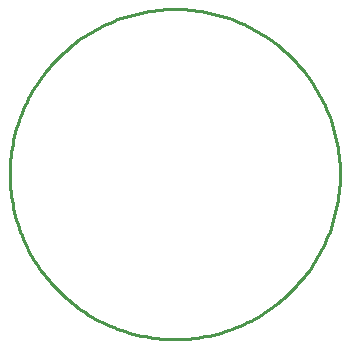
<source format=gbr>
G04 EAGLE Gerber RS-274X export*
G75*
%MOMM*%
%FSLAX34Y34*%
%LPD*%
%IN*%
%IPPOS*%
%AMOC8*
5,1,8,0,0,1.08239X$1,22.5*%
G01*
%ADD10C,0.254000*%


D10*
X350520Y618046D02*
X350520Y621474D01*
X350436Y624902D01*
X350268Y628327D01*
X350015Y631747D01*
X349679Y635159D01*
X349260Y638562D01*
X348756Y641954D01*
X348170Y645333D01*
X347501Y648696D01*
X346750Y652041D01*
X345917Y655367D01*
X345002Y658672D01*
X344007Y661953D01*
X342931Y665209D01*
X341776Y668438D01*
X340542Y671637D01*
X339230Y674805D01*
X337840Y677940D01*
X336374Y681039D01*
X334833Y684102D01*
X333216Y687126D01*
X331526Y690110D01*
X329763Y693051D01*
X327929Y695948D01*
X326024Y698799D01*
X324049Y701602D01*
X322007Y704356D01*
X319897Y707059D01*
X317722Y709710D01*
X315482Y712306D01*
X313180Y714847D01*
X310815Y717331D01*
X308391Y719755D01*
X305907Y722120D01*
X303366Y724422D01*
X300770Y726662D01*
X298119Y728837D01*
X295416Y730947D01*
X292662Y732989D01*
X289859Y734964D01*
X287008Y736869D01*
X284111Y738703D01*
X281170Y740466D01*
X278186Y742156D01*
X275162Y743773D01*
X272099Y745314D01*
X269000Y746780D01*
X265865Y748170D01*
X262697Y749482D01*
X259498Y750716D01*
X256269Y751871D01*
X253013Y752947D01*
X249732Y753942D01*
X246427Y754857D01*
X243101Y755690D01*
X239756Y756441D01*
X236393Y757110D01*
X233014Y757696D01*
X229622Y758200D01*
X226219Y758619D01*
X222807Y758955D01*
X219387Y759208D01*
X215962Y759376D01*
X212534Y759460D01*
X209106Y759460D01*
X205678Y759376D01*
X202253Y759208D01*
X198833Y758955D01*
X195421Y758619D01*
X192018Y758200D01*
X188626Y757696D01*
X185247Y757110D01*
X181884Y756441D01*
X178539Y755690D01*
X175213Y754857D01*
X171908Y753942D01*
X168627Y752947D01*
X165371Y751871D01*
X162142Y750716D01*
X158943Y749482D01*
X155775Y748170D01*
X152640Y746780D01*
X149541Y745314D01*
X146478Y743773D01*
X143454Y742156D01*
X140470Y740466D01*
X137529Y738703D01*
X134632Y736869D01*
X131781Y734964D01*
X128978Y732989D01*
X126224Y730947D01*
X123521Y728837D01*
X120870Y726662D01*
X118274Y724422D01*
X115733Y722120D01*
X113250Y719755D01*
X110825Y717331D01*
X108461Y714847D01*
X106158Y712306D01*
X103918Y709710D01*
X101743Y707059D01*
X99633Y704356D01*
X97591Y701602D01*
X95616Y698799D01*
X93711Y695948D01*
X91877Y693051D01*
X90114Y690110D01*
X88424Y687126D01*
X86807Y684102D01*
X85266Y681039D01*
X83800Y677940D01*
X82410Y674805D01*
X81098Y671637D01*
X79864Y668438D01*
X78709Y665209D01*
X77633Y661953D01*
X76638Y658672D01*
X75723Y655367D01*
X74890Y652041D01*
X74139Y648696D01*
X73470Y645333D01*
X72884Y641954D01*
X72380Y638562D01*
X71961Y635159D01*
X71625Y631747D01*
X71372Y628327D01*
X71204Y624902D01*
X71120Y621474D01*
X71120Y618046D01*
X71204Y614618D01*
X71372Y611193D01*
X71625Y607773D01*
X71961Y604361D01*
X72380Y600958D01*
X72884Y597566D01*
X73470Y594187D01*
X74139Y590824D01*
X74890Y587479D01*
X75723Y584153D01*
X76638Y580848D01*
X77633Y577567D01*
X78709Y574311D01*
X79864Y571082D01*
X81098Y567883D01*
X82410Y564715D01*
X83800Y561580D01*
X85266Y558481D01*
X86807Y555418D01*
X88424Y552394D01*
X90114Y549410D01*
X91877Y546469D01*
X93711Y543572D01*
X95616Y540721D01*
X97591Y537918D01*
X99633Y535164D01*
X101743Y532461D01*
X103918Y529810D01*
X106158Y527214D01*
X108461Y524673D01*
X110825Y522190D01*
X113250Y519765D01*
X115733Y517401D01*
X118274Y515098D01*
X120870Y512858D01*
X123521Y510683D01*
X126224Y508573D01*
X128978Y506531D01*
X131781Y504556D01*
X134632Y502651D01*
X137529Y500817D01*
X140470Y499054D01*
X143454Y497364D01*
X146478Y495747D01*
X149541Y494206D01*
X152640Y492740D01*
X155775Y491350D01*
X158943Y490038D01*
X162142Y488804D01*
X165371Y487649D01*
X168627Y486573D01*
X171908Y485578D01*
X175213Y484663D01*
X178539Y483830D01*
X181884Y483079D01*
X185247Y482410D01*
X188626Y481824D01*
X192018Y481320D01*
X195421Y480901D01*
X198833Y480565D01*
X202253Y480312D01*
X205678Y480144D01*
X209106Y480060D01*
X212534Y480060D01*
X215962Y480144D01*
X219387Y480312D01*
X222807Y480565D01*
X226219Y480901D01*
X229622Y481320D01*
X233014Y481824D01*
X236393Y482410D01*
X239756Y483079D01*
X243101Y483830D01*
X246427Y484663D01*
X249732Y485578D01*
X253013Y486573D01*
X256269Y487649D01*
X259498Y488804D01*
X262697Y490038D01*
X265865Y491350D01*
X269000Y492740D01*
X272099Y494206D01*
X275162Y495747D01*
X278186Y497364D01*
X281170Y499054D01*
X284111Y500817D01*
X287008Y502651D01*
X289859Y504556D01*
X292662Y506531D01*
X295416Y508573D01*
X298119Y510683D01*
X300770Y512858D01*
X303366Y515098D01*
X305907Y517401D01*
X308391Y519765D01*
X310815Y522190D01*
X313180Y524673D01*
X315482Y527214D01*
X317722Y529810D01*
X319897Y532461D01*
X322007Y535164D01*
X324049Y537918D01*
X326024Y540721D01*
X327929Y543572D01*
X329763Y546469D01*
X331526Y549410D01*
X333216Y552394D01*
X334833Y555418D01*
X336374Y558481D01*
X337840Y561580D01*
X339230Y564715D01*
X340542Y567883D01*
X341776Y571082D01*
X342931Y574311D01*
X344007Y577567D01*
X345002Y580848D01*
X345917Y584153D01*
X346750Y587479D01*
X347501Y590824D01*
X348170Y594187D01*
X348756Y597566D01*
X349260Y600958D01*
X349679Y604361D01*
X350015Y607773D01*
X350268Y611193D01*
X350436Y614618D01*
X350520Y618046D01*
M02*

</source>
